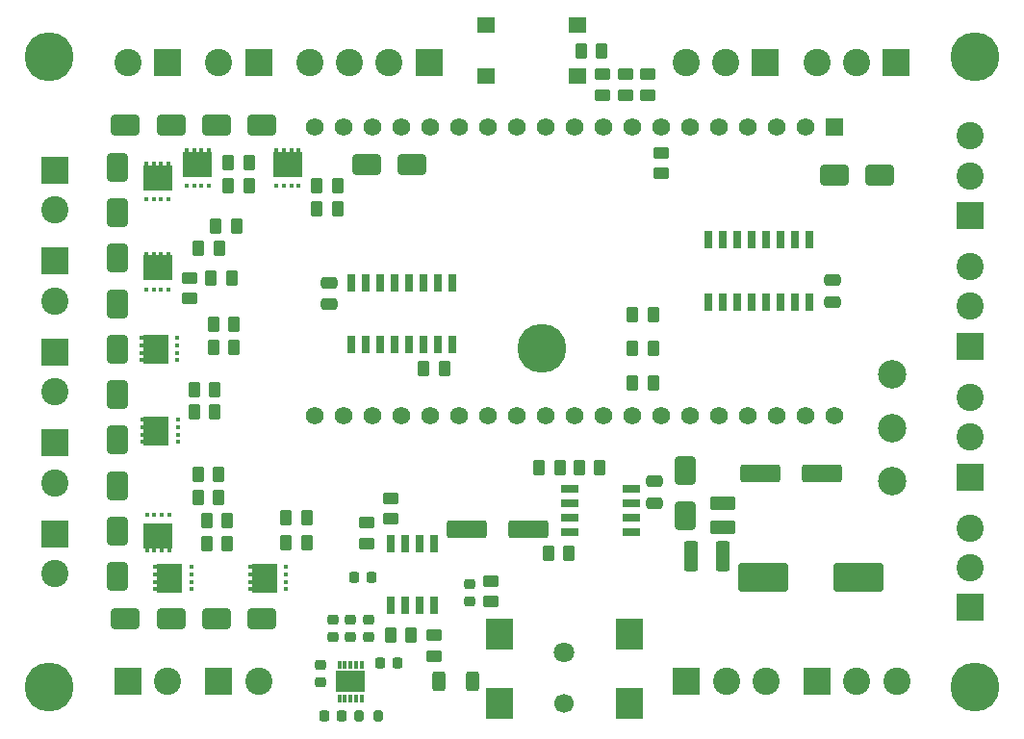
<source format=gts>
G04 #@! TF.GenerationSoftware,KiCad,Pcbnew,7.0.7*
G04 #@! TF.CreationDate,2023-09-27T11:52:32+02:00*
G04 #@! TF.ProjectId,PCB_Layout_MOSFET,5043425f-4c61-4796-9f75-745f4d4f5346,rev?*
G04 #@! TF.SameCoordinates,Original*
G04 #@! TF.FileFunction,Soldermask,Top*
G04 #@! TF.FilePolarity,Negative*
%FSLAX46Y46*%
G04 Gerber Fmt 4.6, Leading zero omitted, Abs format (unit mm)*
G04 Created by KiCad (PCBNEW 7.0.7) date 2023-09-27 11:52:32*
%MOMM*%
%LPD*%
G01*
G04 APERTURE LIST*
G04 Aperture macros list*
%AMRoundRect*
0 Rectangle with rounded corners*
0 $1 Rounding radius*
0 $2 $3 $4 $5 $6 $7 $8 $9 X,Y pos of 4 corners*
0 Add a 4 corners polygon primitive as box body*
4,1,4,$2,$3,$4,$5,$6,$7,$8,$9,$2,$3,0*
0 Add four circle primitives for the rounded corners*
1,1,$1+$1,$2,$3*
1,1,$1+$1,$4,$5*
1,1,$1+$1,$6,$7*
1,1,$1+$1,$8,$9*
0 Add four rect primitives between the rounded corners*
20,1,$1+$1,$2,$3,$4,$5,0*
20,1,$1+$1,$4,$5,$6,$7,0*
20,1,$1+$1,$6,$7,$8,$9,0*
20,1,$1+$1,$8,$9,$2,$3,0*%
G04 Aperture macros list end*
%ADD10C,1.700000*%
%ADD11C,1.800000*%
%ADD12R,2.400000X2.800000*%
%ADD13R,1.560000X1.560000*%
%ADD14C,1.560000*%
%ADD15RoundRect,0.250000X1.500000X0.550000X-1.500000X0.550000X-1.500000X-0.550000X1.500000X-0.550000X0*%
%ADD16RoundRect,0.250000X-1.500000X-0.550000X1.500000X-0.550000X1.500000X0.550000X-1.500000X0.550000X0*%
%ADD17R,1.528000X0.650000*%
%ADD18R,0.650000X1.528000*%
%ADD19R,1.600000X1.400000*%
%ADD20RoundRect,0.250000X-0.312500X-0.625000X0.312500X-0.625000X0.312500X0.625000X-0.312500X0.625000X0*%
%ADD21RoundRect,0.250000X1.000000X0.650000X-1.000000X0.650000X-1.000000X-0.650000X1.000000X-0.650000X0*%
%ADD22RoundRect,0.250000X0.650000X-1.000000X0.650000X1.000000X-0.650000X1.000000X-0.650000X-1.000000X0*%
%ADD23RoundRect,0.250000X-1.000000X-0.650000X1.000000X-0.650000X1.000000X0.650000X-1.000000X0.650000X0*%
%ADD24R,0.400000X0.400000*%
%ADD25R,0.400000X0.300000*%
%ADD26R,2.650000X2.200000*%
%ADD27R,0.300000X0.400000*%
%ADD28R,2.200000X2.650000*%
%ADD29R,0.300000X0.750000*%
%ADD30R,2.550000X1.850000*%
%ADD31RoundRect,0.250000X-0.262500X-0.450000X0.262500X-0.450000X0.262500X0.450000X-0.262500X0.450000X0*%
%ADD32C,2.500000*%
%ADD33R,2.400000X2.400000*%
%ADD34C,2.400000*%
%ADD35RoundRect,0.250000X0.262500X0.450000X-0.262500X0.450000X-0.262500X-0.450000X0.262500X-0.450000X0*%
%ADD36RoundRect,0.250000X-0.450000X0.262500X-0.450000X-0.262500X0.450000X-0.262500X0.450000X0.262500X0*%
%ADD37R,0.700000X1.550000*%
%ADD38C,4.300000*%
%ADD39RoundRect,0.250000X0.375000X1.075000X-0.375000X1.075000X-0.375000X-1.075000X0.375000X-1.075000X0*%
%ADD40RoundRect,0.225000X-0.225000X-0.250000X0.225000X-0.250000X0.225000X0.250000X-0.225000X0.250000X0*%
%ADD41RoundRect,0.250000X0.475000X-0.250000X0.475000X0.250000X-0.475000X0.250000X-0.475000X-0.250000X0*%
%ADD42RoundRect,0.250000X-1.950000X-1.000000X1.950000X-1.000000X1.950000X1.000000X-1.950000X1.000000X0*%
%ADD43RoundRect,0.250000X-0.475000X0.250000X-0.475000X-0.250000X0.475000X-0.250000X0.475000X0.250000X0*%
%ADD44RoundRect,0.225000X0.250000X-0.225000X0.250000X0.225000X-0.250000X0.225000X-0.250000X-0.225000X0*%
%ADD45RoundRect,0.250000X-0.850000X0.375000X-0.850000X-0.375000X0.850000X-0.375000X0.850000X0.375000X0*%
%ADD46RoundRect,0.218750X-0.256250X0.218750X-0.256250X-0.218750X0.256250X-0.218750X0.256250X0.218750X0*%
%ADD47RoundRect,0.250000X0.450000X-0.262500X0.450000X0.262500X-0.450000X0.262500X-0.450000X-0.262500X0*%
%ADD48RoundRect,0.200000X0.200000X0.275000X-0.200000X0.275000X-0.200000X-0.275000X0.200000X-0.275000X0*%
%ADD49RoundRect,0.225000X0.225000X0.250000X-0.225000X0.250000X-0.225000X-0.250000X0.225000X-0.250000X0*%
%ADD50RoundRect,0.225000X-0.250000X0.225000X-0.250000X-0.225000X0.250000X-0.225000X0.250000X0.225000X0*%
G04 APERTURE END LIST*
D10*
X148757500Y-138200000D03*
D11*
X148757500Y-133700000D03*
D12*
X143057500Y-132100000D03*
X143057500Y-138200000D03*
X154457500Y-138200000D03*
X154457500Y-132100000D03*
D13*
X172510000Y-87477500D03*
D14*
X169970000Y-87477500D03*
X167430000Y-87477500D03*
X164890000Y-87477500D03*
X162350000Y-87477500D03*
X159810000Y-87477500D03*
X157270000Y-87477500D03*
X154730000Y-87477500D03*
X152190000Y-87477500D03*
X149650000Y-87477500D03*
X147110000Y-87477500D03*
X144570000Y-87477500D03*
X142030000Y-87477500D03*
X139490000Y-87477500D03*
X136950000Y-87477500D03*
X134410000Y-87477500D03*
X131870000Y-87477500D03*
X129330000Y-87477500D03*
X126790000Y-87477500D03*
X172510000Y-112877500D03*
X169970000Y-112877500D03*
X167430000Y-112877500D03*
X164890000Y-112877500D03*
X162350000Y-112877500D03*
X159810000Y-112877500D03*
X157270000Y-112877500D03*
X154730000Y-112877500D03*
X152190000Y-112877500D03*
X149650000Y-112877500D03*
X147110000Y-112877500D03*
X144570000Y-112877500D03*
X142030000Y-112877500D03*
X139490000Y-112877500D03*
X136950000Y-112877500D03*
X134410000Y-112877500D03*
X131870000Y-112877500D03*
X129330000Y-112877500D03*
X126790000Y-112877500D03*
D15*
X145550000Y-122900000D03*
X140150000Y-122900000D03*
D16*
X166000000Y-118000000D03*
X171400000Y-118000000D03*
D17*
X154611000Y-123155000D03*
X154611000Y-121885000D03*
X154611000Y-120615000D03*
X154611000Y-119345000D03*
X149189000Y-119345000D03*
X149189000Y-120615000D03*
X149189000Y-121885000D03*
X149189000Y-123155000D03*
D18*
X133445000Y-124189000D03*
X134715000Y-124189000D03*
X135985000Y-124189000D03*
X137255000Y-124189000D03*
X137255000Y-129611000D03*
X135985000Y-129611000D03*
X134715000Y-129611000D03*
X133445000Y-129611000D03*
D19*
X149900000Y-83050000D03*
X141900000Y-83050000D03*
X149900000Y-78550000D03*
X141900000Y-78550000D03*
D20*
X140662500Y-136300000D03*
X137737500Y-136300000D03*
X137737500Y-136300000D03*
X140662500Y-136300000D03*
D21*
X122150000Y-130800000D03*
X118150000Y-130800000D03*
D22*
X159400000Y-121750000D03*
X159400000Y-117750000D03*
X109400000Y-103050000D03*
X109400000Y-99050000D03*
D23*
X118150000Y-87300000D03*
X122150000Y-87300000D03*
D21*
X114150000Y-130800000D03*
X110150000Y-130800000D03*
D22*
X109400000Y-119050000D03*
X109400000Y-115050000D03*
D23*
X131340489Y-90809511D03*
X135340489Y-90809511D03*
D21*
X176510000Y-91709511D03*
X172510000Y-91709511D03*
D23*
X110150000Y-87300000D03*
X114150000Y-87300000D03*
D22*
X109400000Y-95050000D03*
X109400000Y-91050000D03*
X109400000Y-127050000D03*
X109400000Y-123050000D03*
X109400000Y-111050000D03*
X109400000Y-107050000D03*
D24*
X123425000Y-92700000D03*
X124075000Y-92700000D03*
X124725000Y-92700000D03*
X125375000Y-92700000D03*
D25*
X125375000Y-89550000D03*
X124725000Y-89550000D03*
X124075000Y-89550000D03*
X123425000Y-89550000D03*
D26*
X124400000Y-90800000D03*
D24*
X124275000Y-128175000D03*
X124275000Y-127525000D03*
X124275000Y-126875000D03*
X124275000Y-126225000D03*
D27*
X121125000Y-126225000D03*
X121125000Y-126875000D03*
X121125000Y-127525000D03*
X121125000Y-128175000D03*
D28*
X122375000Y-127200000D03*
D24*
X115920000Y-128175000D03*
X115920000Y-127525000D03*
X115920000Y-126875000D03*
X115920000Y-126225000D03*
D27*
X112770000Y-126225000D03*
X112770000Y-126875000D03*
X112770000Y-127525000D03*
X112770000Y-128175000D03*
D28*
X114020000Y-127200000D03*
D24*
X113975000Y-121625000D03*
X113325000Y-121625000D03*
X112675000Y-121625000D03*
X112025000Y-121625000D03*
D25*
X112025000Y-124775000D03*
X112675000Y-124775000D03*
X113325000Y-124775000D03*
X113975000Y-124775000D03*
D26*
X113000000Y-123525000D03*
D24*
X114755000Y-115225000D03*
X114755000Y-114575000D03*
X114755000Y-113925000D03*
X114755000Y-113275000D03*
D27*
X111605000Y-113275000D03*
X111605000Y-113925000D03*
X111605000Y-114575000D03*
X111605000Y-115225000D03*
D28*
X112855000Y-114250000D03*
D24*
X114700000Y-108025000D03*
X114700000Y-107375000D03*
X114700000Y-106725000D03*
X114700000Y-106075000D03*
D27*
X111550000Y-106075000D03*
X111550000Y-106725000D03*
X111550000Y-107375000D03*
X111550000Y-108025000D03*
D28*
X112800000Y-107050000D03*
D24*
X111975000Y-101800000D03*
X112625000Y-101800000D03*
X113275000Y-101800000D03*
X113925000Y-101800000D03*
D25*
X113925000Y-98650000D03*
X113275000Y-98650000D03*
X112625000Y-98650000D03*
X111975000Y-98650000D03*
D26*
X112950000Y-99900000D03*
D24*
X111975000Y-93870000D03*
X112625000Y-93870000D03*
X113275000Y-93870000D03*
X113925000Y-93870000D03*
D25*
X113925000Y-90720000D03*
X113275000Y-90720000D03*
X112625000Y-90720000D03*
X111975000Y-90720000D03*
D26*
X112950000Y-91970000D03*
D24*
X115525000Y-92700000D03*
X116175000Y-92700000D03*
X116825000Y-92700000D03*
X117475000Y-92700000D03*
D25*
X117475000Y-89550000D03*
X116825000Y-89550000D03*
X116175000Y-89550000D03*
X115525000Y-89550000D03*
D26*
X116500000Y-90800000D03*
D29*
X128950000Y-137800000D03*
X129450000Y-137800000D03*
X129950000Y-137800000D03*
X130450000Y-137800000D03*
X130950000Y-137800000D03*
X130950000Y-134800000D03*
X130450000Y-134800000D03*
X129950000Y-134800000D03*
X129450000Y-134800000D03*
X128950000Y-134800000D03*
D30*
X129950000Y-136300000D03*
D31*
X116187500Y-110600000D03*
X118012500Y-110600000D03*
D32*
X177550000Y-114000000D03*
X177550000Y-118700000D03*
X177550000Y-109300000D03*
D33*
X184450000Y-118300000D03*
D34*
X184450000Y-114800000D03*
X184450000Y-111300000D03*
D31*
X117287500Y-122150000D03*
X119112500Y-122150000D03*
X119187500Y-92700000D03*
X121012500Y-92700000D03*
D33*
X166450000Y-81800000D03*
D34*
X162950000Y-81800000D03*
X159450000Y-81800000D03*
D33*
X184450000Y-129800000D03*
D34*
X184450000Y-126300000D03*
X184450000Y-122800000D03*
D31*
X147337500Y-125050000D03*
X149162500Y-125050000D03*
D35*
X156552989Y-104009511D03*
X154727989Y-104009511D03*
D31*
X117887500Y-104850000D03*
X119712500Y-104850000D03*
D36*
X115800000Y-100787500D03*
X115800000Y-102612500D03*
D37*
X130005000Y-106675000D03*
X131275000Y-106675000D03*
X132545000Y-106675000D03*
X133815000Y-106675000D03*
X135085000Y-106675000D03*
X136355000Y-106675000D03*
X137625000Y-106675000D03*
X138895000Y-106675000D03*
X138895000Y-101225000D03*
X137625000Y-101225000D03*
X136355000Y-101225000D03*
X135085000Y-101225000D03*
X133815000Y-101225000D03*
X132545000Y-101225000D03*
X131275000Y-101225000D03*
X130005000Y-101225000D03*
D33*
X136850000Y-81800000D03*
D34*
X133350000Y-81800000D03*
X129850000Y-81800000D03*
X126350000Y-81800000D03*
D38*
X184900000Y-136800000D03*
D39*
X162700000Y-125300000D03*
X159900000Y-125300000D03*
D40*
X130275000Y-127150000D03*
X131825000Y-127150000D03*
D38*
X103400000Y-136800000D03*
D36*
X156100000Y-82887500D03*
X156100000Y-84712500D03*
D33*
X110350000Y-136300000D03*
D34*
X113850000Y-136300000D03*
D33*
X184450000Y-95300000D03*
D34*
X184450000Y-91800000D03*
X184450000Y-88300000D03*
D41*
X128050000Y-103125000D03*
X128050000Y-101225000D03*
D42*
X166217500Y-127150000D03*
X174617500Y-127150000D03*
D33*
X103900000Y-99300000D03*
D34*
X103900000Y-102800000D03*
D31*
X117687500Y-100787500D03*
X119512500Y-100787500D03*
X146537500Y-117450000D03*
X148362500Y-117450000D03*
D33*
X177950000Y-81800000D03*
D34*
X174450000Y-81800000D03*
X170950000Y-81800000D03*
D31*
X116537500Y-120100000D03*
X118362500Y-120100000D03*
D33*
X171000000Y-136300000D03*
D34*
X174500000Y-136300000D03*
X178000000Y-136300000D03*
D43*
X172300000Y-101000000D03*
X172300000Y-102900000D03*
D31*
X119187500Y-90650000D03*
X121012500Y-90650000D03*
D33*
X118350000Y-136300000D03*
D34*
X121850000Y-136300000D03*
D44*
X129950000Y-132385000D03*
X129950000Y-130835000D03*
X128397500Y-132385000D03*
X128397500Y-130835000D03*
D31*
X116587500Y-98200000D03*
X118412500Y-98200000D03*
X124275000Y-121900000D03*
X126100000Y-121900000D03*
D41*
X156650000Y-120600000D03*
X156650000Y-118700000D03*
D44*
X131497500Y-132385000D03*
X131497500Y-130835000D03*
D31*
X116187500Y-112600000D03*
X118012500Y-112600000D03*
X117287500Y-124150000D03*
X119112500Y-124150000D03*
D37*
X170302989Y-97452500D03*
X169032989Y-97452500D03*
X167762989Y-97452500D03*
X166492989Y-97452500D03*
X165222989Y-97452500D03*
X163952989Y-97452500D03*
X162682989Y-97452500D03*
X161412989Y-97452500D03*
X161412989Y-102902500D03*
X162682989Y-102902500D03*
X163952989Y-102902500D03*
X165222989Y-102902500D03*
X166492989Y-102902500D03*
X167762989Y-102902500D03*
X169032989Y-102902500D03*
X170302989Y-102902500D03*
D33*
X103900000Y-123300000D03*
D34*
X103900000Y-126800000D03*
D31*
X117887500Y-106900000D03*
X119712500Y-106900000D03*
D33*
X103900000Y-91300000D03*
D34*
X103900000Y-94800000D03*
D35*
X138212500Y-108800000D03*
X136387500Y-108800000D03*
D38*
X146750000Y-106950000D03*
D45*
X162700000Y-120625000D03*
X162700000Y-122775000D03*
D31*
X126987500Y-92700000D03*
X128812500Y-92700000D03*
D46*
X140400000Y-127687500D03*
X140400000Y-129262500D03*
D31*
X150237500Y-80800000D03*
X152062500Y-80800000D03*
D47*
X157250000Y-91612500D03*
X157250000Y-89787500D03*
D33*
X159500000Y-136300000D03*
D34*
X163000000Y-136300000D03*
X166500000Y-136300000D03*
D35*
X156552989Y-107009511D03*
X154727989Y-107009511D03*
D33*
X184450000Y-106800000D03*
D34*
X184450000Y-103300000D03*
X184450000Y-99800000D03*
D31*
X150037500Y-117450000D03*
X151862500Y-117450000D03*
D36*
X154100000Y-82887500D03*
X154100000Y-84712500D03*
D31*
X116537500Y-118050000D03*
X118362500Y-118050000D03*
D33*
X103900000Y-107300000D03*
D34*
X103900000Y-110800000D03*
D31*
X133445000Y-132250000D03*
X135270000Y-132250000D03*
D48*
X132372500Y-139335000D03*
X130722500Y-139335000D03*
D31*
X118087500Y-96200000D03*
X119912500Y-96200000D03*
D49*
X129172500Y-139335000D03*
X127622500Y-139335000D03*
D36*
X152100000Y-82887500D03*
X152100000Y-84712500D03*
D33*
X113850000Y-81800000D03*
D34*
X110350000Y-81800000D03*
D38*
X184900000Y-81300000D03*
D47*
X131350000Y-124162500D03*
X131350000Y-122337500D03*
X142300000Y-129262500D03*
X142300000Y-127437500D03*
D38*
X103400000Y-81300000D03*
D40*
X132525000Y-134650000D03*
X134075000Y-134650000D03*
D35*
X156552989Y-110009511D03*
X154727989Y-110009511D03*
D36*
X137250000Y-132250000D03*
X137250000Y-134075000D03*
X133450000Y-120187500D03*
X133450000Y-122012500D03*
D33*
X121850000Y-81800000D03*
D34*
X118350000Y-81800000D03*
D33*
X103900000Y-115300000D03*
D34*
X103900000Y-118800000D03*
D31*
X126987500Y-94700000D03*
X128812500Y-94700000D03*
D50*
X127300000Y-134800000D03*
X127300000Y-136350000D03*
D31*
X124275000Y-124100000D03*
X126100000Y-124100000D03*
M02*

</source>
